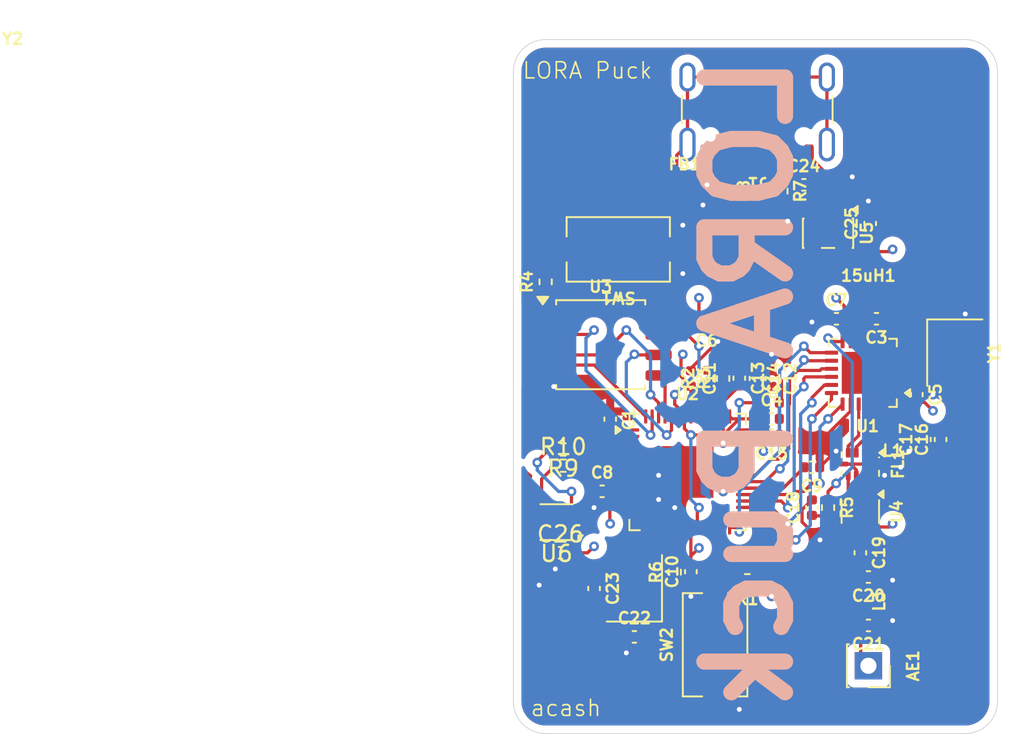
<source format=kicad_pcb>
(kicad_pcb (version 20241229) (generator "pcbnew") (generator_version "9.0")
  (layers (0 "F.Cu" signal) (4 "In1.Cu" signal) (6 "In2.Cu" signal) (2 "B.Cu" signal) (13 "F.Paste" user) (15 "B.Paste" user) (5 "F.SilkS" user "F.Silkscreen") (7 "B.SilkS" user "B.Silkscreen") (1 "F.Mask" user) (3 "B.Mask" user) (25 "Edge.Cuts" user))
  (net 0 "")
  (net 1 "Net-(U1-DCC_SW)")
  (net 2 "Net-(U1-VREG)")
  (net 3 "Net-(AE1-A)")
  (net 4 "+3V3")
  (net 5 "Earth")
  (net 6 "+1V1")
  (net 7 "/SX_VR_PA")
  (net 8 "Net-(U4-CTRL)")
  (net 9 "Net-(U4-RFIN)")
  (net 10 "Net-(C19-Pad2)")
  (net 11 "Net-(C22-Pad2)")
  (net 12 "VBUS")
  (net 13 "Net-(J1-SHIELD)")
  (net 14 "/SX_RFO")
  (net 15 "/SX_RFI_N")
  (net 16 "Net-(FL1-SW_RFI)")
  (net 17 "Net-(FL1-SW_RFO)")
  (net 18 "/SX_RFI_P")
  (net 19 "Net-(J1-CC1)")
  (net 20 "/USB_DM")
  (net 21 "/USB_DP")
  (net 24 "Net-(J1-CC2)")
  (net 25 "/RUN")
  (net 26 "Net-(U2-USB_DP)")
  (net 27 "Net-(U2-USB_DM)")
  (net 28 "/QSPI_SS")
  (net 29 "Net-(R4-Pad2)")
  (net 30 "/SX_DIO2")
  (net 31 "/XOUT")
  (net 32 "/SX_DIO1")
  (net 33 "/SX_XTB")
  (net 34 "/SPI_MISO")
  (net 35 "/SX_XTA")
  (net 36 "/SPI_MOSI")
  (net 37 "/SX_NSS")
  (net 38 "/SPI_CLK")
  (net 39 "/<NO NET>")
  (net 40 "/SX_BUSY")
  (net 43 "/QSPI_SCLK")
  (net 45 "/QSPI_SD1")
  (net 46 "/QSPI_SD2")
  (net 50 "/QSPI_SD0")
  (net 57 "Net-(U6-SCL)")
  (net 61 "/QSPI_SD3")
  (net 68 "/IO0")
  (net 70 "/XIN")
  (net 75 "Net-(U6-SDA)")
  (net 76 "/IO1")
  (footprint "Connector_PinSocket_2.54mm:PinSocket_1x01_P2.54mm_Vertical" (layer "F.Cu") (at 100 118.8 -90)
    (property "Reference" "AE1")
    (property "Value" "Antenna")
  )
  (footprint "Resistor_SMD:R_0402_1005Metric" (layer "F.Cu") (at 92.5 113.5 180)
    (property "Reference" "R1")
    (property "Value" "10k")
  )
  (footprint "Capacitor_SMD:C_0402_1005Metric" (layer "F.Cu") (at 83 114.01 -90)
    (property "Reference" "C23")
    (property "Value" "3.3pF")
  )
  (footprint "Package_DFN_QFN:QFN-56-1EP_7x7mm_P0.4mm_EP3.2x3.2mm" (layer "F.Cu") (at 88.8 106.79)
    (property "Reference" "U2")
    (property "Value" "RP2040")
  )
  (footprint "Capacitor_SMD:C_0402_1005Metric" (layer "F.Cu") (at 89.98 97.49 180)
    (property "Reference" "C6")
    (property "Value" "100nF")
  )
  (footprint "Capacitor_SMD:C_0402_1005Metric" (layer "F.Cu") (at 84 103.52 -90)
    (property "Reference" "C1")
    (property "Value" "100nF")
  )
  (footprint "Button_Switch_SMD:SW_Tactile_SPST_NO_Straight_CK_PTS636Sx25SMTRLFS" (layer "F.Cu") (at 84.5 93 180)
    (property "Reference" "SW1")
    (property "Value" "BOOTSEL")
  )
  (footprint "Capacitor_SMD:C_0402_1005Metric" (layer "F.Cu") (at 80.92 111.8)
    (property "Reference" "C26")
    (property "Value" "100nF")
  )
  (footprint "Resistor_SMD:R_0402_1005Metric" (layer "F.Cu") (at 97.5 109 -90)
    (property "Reference" "R5")
    (property "Value" "100")
  )
  (footprint "Capacitor_SMD:C_0402_1005Metric" (layer "F.Cu") (at 96 89)
    (property "Reference" "C24")
    (property "Value" "10uF")
  )
  (footprint "Capacitor_SMD:C_0402_1005Metric" (layer "F.Cu") (at 99.5 111.8 -90)
    (property "Reference" "C19")
    (property "Value" "39pF")
  )
  (footprint "Sensor_Humidity:Sensirion_DFN-4-1EP_2x2mm_P1mm_EP0.7x1.6mm" (layer "F.Cu") (at 80.675 109.9 180)
    (property "Reference" "U6")
    (property "Value" "SHTC3")
  )
  (footprint "Capacitor_SMD:C_0402_1005Metric" (layer "F.Cu") (at 100 116.3 180)
    (property "Reference" "C21")
    (property "Value" "3.3pF")
  )
  (footprint "Inductor_SMD:L_0402_1005Metric" (layer "F.Cu") (at 99.5 114.8 -90)
    (property "Reference" "L3")
    (property "Value" "9.1nH")
  )
  (footprint "Package_TO_SOT_SMD:SOT-363_SC-70-6" (layer "F.Cu") (at 99.5 109.25 -90)
    (property "Reference" "U4")
    (property "Value" "PE4259")
  )
  (footprint "Crystal:Crystal_SMD_3225-4Pin_3.2x2.5mm" (layer "F.Cu") (at 105.35 99.4 -90)
    (property "Reference" "Y1")
    (property "Value" "32MHz")
  )
  (footprint "Resistor_SMD:R_0402_1005Metric" (layer "F.Cu") (at 91.11 89.395 -90)
    (property "Reference" "R8")
    (property "Value" "5.1k")
  )
  (footprint "Capacitor_SMD:C_0402_1005Metric" (layer "F.Cu") (at 96.5 109 90)
    (property "Reference" "C18")
    (property "Value" "1nF")
  )
  (footprint "Package_TO_SOT_SMD:SOT-23-5" (layer "F.Cu") (at 97.5 92 -90)
    (property "Reference" "U5")
    (property "Value" "AP2112K-3.3")
  )
  (footprint "Resistor_SMD:R_0402_1005Metric" (layer "F.Cu") (at 94.61 89.395 -90)
    (property "Reference" "R7")
    (property "Value" "5.1k")
  )
  (footprint "Capacitor_SMD:C_0402_1005Metric" (layer "F.Cu") (at 85.5 117.01)
    (property "Reference" "C22")
    (property "Value" "3.3pF")
  )
  (footprint "Crystal:Crystal_SMD_Abracon_ABM8G-4Pin_3.2x2.5mm" (layer "F.Cu") (at 85.5 114 90)
    (property "Reference" "Y2")
    (property "Value" "12MHz")
  )
  (footprint "Capacitor_SMD:C_0402_1005Metric" (layer "F.Cu") (at 92 100.98 -90)
    (property "Reference" "C13")
    (property "Value" "100nF")
  )
  (footprint "Capacitor_SMD:C_0402_1005Metric" (layer "F.Cu") (at 96.5 106.5 180)
    (property "Reference" "C9")
    (property "Value" "100nF")
  )
  (footprint "Capacitor_SMD:C_0402_1005Metric" (layer "F.Cu") (at 94 104.5 180)
    (property "Reference" "C15")
    (property "Value" "100nF")
  )
  (footprint "Connector_USB:USB_C_Receptacle_GCT_USB4105-xx-A_16P_TopMnt_Horizontal" (layer "F.Cu") (at 93.11 83.395 180)
    (property "Reference" "J1")
    (property "Value" "USB_C_Receptacle_USB2.0_16P")
  )
  (footprint "Resistor_SMD:R_0402_1005Metric" (layer "F.Cu") (at 88 113 90)
    (property "Reference" "R6")
    (property "Value" "1k")
  )
  (footprint "Capacitor_SMD:C_0402_1005Metric" (layer "F.Cu") (at 89 101 -90)
    (property "Reference" "C11")
    (property "Value" "100nF")
  )
  (footprint "Capacitor_SMD:C_0402_1005Metric" (layer "F.Cu") (at 94 101 -90)
    (property "Reference" "C12")
    (property "Value" "100nF")
  )
  (footprint "Capacitor_SMD:C_0402_1005Metric" (layer "F.Cu") (at 103 102 -90)
    (property "Reference" "C5")
    (property "Value" "100nF")
  )
  (footprint "Capacitor_SMD:C_0402_1005Metric" (layer "F.Cu") (at 100.11 91.395 90)
    (property "Reference" "C25")
    (property "Value" "10uF")
  )
  (footprint "Button_Switch_SMD:SW_Tactile_SPST_NO_Straight_CK_PTS636Sx25SMTRLFS" (layer "F.Cu") (at 90.5 117.5 90)
    (property "Reference" "SW2")
    (property "Value" "RESET")
  )
  (footprint "Capacitor_SMD:C_0402_1005Metric" (layer "F.Cu") (at 94 103.5)
    (property "Reference" "C4")
    (property "Value" "1uF")
  )
  (footprint "Resistor_SMD:R_0402_1005Metric" (layer "F.Cu") (at 81.09 105.4 180)
    (property "Reference" "R9")
    (property "Value" "4.7k")
  )
  (footprint "Resistor_SMD:R_0402_1005Metric" (layer "F.Cu") (at 80 95.01 90)
    (property "Reference" "R4")
    (property "Value" "1k")
  )
  (footprint "Capacitor_SMD:C_0402_1005Metric" (layer "F.Cu") (at 94 102.5)
    (property "Reference" "C2")
    (property "Value" "100nF")
  )
  (footprint "Inductor_SMD:L_0402_1005Metric" (layer "F.Cu") (at 101.5 104.3 180)
    (property "Reference" "L1")
    (property "Value" "47nH")
  )
  (footprint "Capacitor_SMD:C_0402_1005Metric" (layer "F.Cu") (at 89 112.97 90)
    (property "Reference" "C10")
    (property "Value" "100nF")
  )
  (footprint "Capacitor_SMD:C_0402_1005Metric" (layer "F.Cu") (at 100 113.3 180)
    (property "Reference" "C20")
    (property "Value" "3.3pF")
  )
  (footprint "Capacitor_SMD:C_0402_1005Metric" (layer "F.Cu") (at 98.02 97.3)
    (property "Reference" "C7")
    (property "Value" "100nF")
  )
  (footprint "Package_SO:SOIC-8_5.3x5.3mm_P1.27mm" (layer "F.Cu") (at 83.4125 98.905)
    (property "Reference" "U3")
    (property "Value" "W25Q128JVS")
  )
  (footprint "Capacitor_SMD:C_0402_1005Metric" (layer "F.Cu") (at 103.5 104.78 90)
    (property "Reference" "C17")
    (property "Value" "47pF")
  )
  (footprint "Inductor_SMD:L_0402_1005Metric" (layer "F.Cu") (at 100 95.8)
    (property "Reference" "15uH1")
    (property "Value" "L2")
  )
  (footprint "Resistor_SMD:R_0402_1005Metric" (layer "F.Cu") (at 91 101 90)
    (property "Reference" "R3")
    (property "Value" "27.4")
  )
  (footprint "Package_DFN_QFN:QFN-24-1EP_4x4mm_P0.5mm_EP2.6x2.6mm" (layer "F.Cu") (at 99.65 100.65 180)
    (property "Reference" "U1")
    (property "Value" "SX1262IMLTRT")
  )
  (footprint "Capacitor_SMD:C_0402_1005Metric" (layer "F.Cu") (at 100.5 97.3 180)
    (property "Reference" "C3")
    (property "Value" "470nF")
  )
  (footprint "Capacitor_SMD:C_0402_1005Metric" (layer "F.Cu") (at 93 101 -90)
    (property "Reference" "C14")
    (property "Value" "1uF")
  )
  (footprint "Inductor_SMD:L_0402_1005Metric" (layer "F.Cu") (at 88.61 88.895)
    (property "Reference" "FB1")
    (property "Value" "FerriteBead_Small")
  )
  (footprint "Capacitor_SMD:C_0402_1005Metric" (layer "F.Cu") (at 83.5 107.99)
    (property "Reference" "C8")
    (property "Value" "100nF")
  )
  (footprint "Resistor_SMD:R_0402_1005Metric" (layer "F.Cu") (at 90 101 90)
    (property "Reference" "R2")
    (property "Value" "27.4")
  )
  (footprint "Resistor_SMD:R_0402_1005Metric" (layer "F.Cu") (at 81.09 106.4)
    (property "Reference" "R10")
    (property "Value" "4.7k")
  )
  (footprint "Capacitor_SMD:C_0402_1005Metric" (layer "F.Cu") (at 104.47 104.78 90)
    (property "Reference" "C16")
    (property "Value" "47nF")
  )
  (footprint "RF_Converter:Balun_Johanson_0900FM15K0039" (layer "F.Cu") (at 99.5 106.3 -90)
    (property "Reference" "FL1")
    (property "Value" "0900FM15K0039")
  )
  (gr_line (start 78 121) (end 78 82) (stroke (width 0.05)) (layer "Edge.Cuts"))
  (gr_arc (start 108 121) (mid 107.414214 122.414214) (end 106 123) (stroke (width 0.05)) (layer "Edge.Cuts"))
  (gr_line (start 108 82) (end 108 121) (stroke (width 0.05)) (layer "Edge.Cuts"))
  (gr_arc (start 80 123) (mid 78.585786 122.414214) (end 78 121) (stroke (width 0.05)) (layer "Edge.Cuts"))
  (gr_arc (start 106 80) (mid 107.414214 80.585786) (end 108 82) (stroke (width 0.05)) (layer "Edge.Cuts"))
  (gr_line (start 106 123) (end 80 123) (stroke (width 0.05)) (layer "Edge.Cuts"))
  (gr_line (start 80 80) (end 106 80) (stroke (width 0.05)) (layer "Edge.Cuts"))
  (gr_arc (start 78 82) (mid 78.585786 80.585786) (end 80 80) (stroke (width 0.05)) (layer "Edge.Cuts"))
  (gr_text "LORA Puck" (at 78.5 82.5 0) (layer "F.SilkS") (effects (font (size 1 1) (thickness 0.1)) (justify left bottom)))
  (gr_text "acash" (at 79 122 0) (layer "F.SilkS") (effects (font (size 1 1) (thickness 0.1)) (justify left bottom)))
  (gr_text "LORA Puck" (at 95.5 80.5 90) (layer "B.SilkS") (effects (font (size 5 5) (thickness 1)) (justify left bottom mirror)))
  (segment (start 99.9 98.284202) (end 99.9 98.7125) (width 0.2) (layer "F.Cu") (net 1))
  (segment (start 99.439 95.876) (end 99.439 97.823202) (width 0.2) (layer "F.Cu") (net 1))
  (segment (start 99.515 95.8) (end 99.439 95.876) (width 0.2) (layer "F.Cu") (net 1))
  (segment (start 99.439 97.823202) (end 99.9 98.284202) (width 0.2) (layer "F.Cu") (net 1))
  (segment (start 100.98 98.6325) (end 100.9 98.7125) (width 0.2) (layer "F.Cu") (net 2))
  (segment (start 100.485 95.8) (end 100.485 96.805) (width 0.2) (layer "F.Cu") (net 2))
  (segment (start 100.485 96.805) (end 100.98 97.3) (width 0.2) (layer "F.Cu") (net 2))
  (segment (start 100.98 97.3) (end 100.98 98.6325) (width 0.2) (layer "F.Cu") (net 2))
  (segment (start 99.5 116.28) (end 99.52 116.3) (width 0.2) (layer "F.Cu") (net 3))
  (segment (start 99.52 118.32) (end 100 118.8) (width 0.2) (layer "F.Cu") (net 3))
  (segment (start 99.5 115.285) (end 99.5 116.28) (width 0.2) (layer "F.Cu") (net 3))
  (segment (start 99.52 116.3) (end 99.52 118.32) (width 0.2) (layer "F.Cu") (net 3))
  (segment (start 99.4 98.7125) (end 98.9 98.7125) (width 0.2) (layer "F.Cu") (net 4))
  (segment (start 103 102.48) (end 103.48 102.48) (width 0.2) (layer "F.Cu") (net 4))
  (segment (start 82.6 111.8) (end 83 111.4) (width 0.2) (layer "F.Cu") (net 4))
  (segment (start 89.4 103.3525) (end 89 103.3525) (width 0.2) (layer "F.Cu") (net 4))
  (segment (start 102.1675 102.48) (end 101.5875 101.9) (width 0.2) (layer "F.Cu") (net 4))
  (segment (start 103 102.48) (end 102.1675 102.48) (width 0.2) (layer "F.Cu") (net 4))
  (segment (start 98.9 97.7) (end 98.5 97.3) (width 0.2) (layer "F.Cu") (net 4))
  (segment (start 93 107.79) (end 91.21 107.79) (width 0.2) (layer "F.Cu") (net 4))
  (segment (start 85.3625 104.19) (end 84.19 104.19) (width 0.2) (layer "F.Cu") (net 4))
  (segment (start 92.2375 107.79) (end 93 107.79) (width 0.2) (layer "F.Cu") (net 4))
  (segment (start 91.4 103.3525) (end 91.5475 103.5) (width 0.2) (layer "F.Cu") (net 4))
  (segment (start 89.5 97.49) (end 89.5 96) (width 0.2) (layer "F.Cu") (net 4))
  (segment (start 93.52 102.5) (end 92 102.5) (width 0.2) (layer "F.Cu") (net 4))
  (segment (start 84.19 104.19) (end 84 104) (width 0.2) (layer "F.Cu") (net 4))
  (segment (start 91.21 107.79) (end 91 108) (width 0.2) (layer "F.Cu") (net 4))
  (segment (start 93.01 113.51) (end 94 114.5) (width 0.2) (layer "F.Cu") (net 4))
  (segment (start 98.45 93.1375) (end 101.3625 93.1375) (width 0.2) (layer "F.Cu") (net 4))
  (segment (start 92.2375 104.19) (end 93.21 104.19) (width 0.2) (layer "F.Cu") (net 4))
  (segment (start 93.52 104.5) (end 93.52 105.48) (width 0.2) (layer "F.Cu") (net 4))
  (segment (start 89 103.3525) (end 89 101.48) (width 0.2) (layer "F.Cu") (net 4))
  (segment (start 91 104.5) (end 91 105) (width 0.2) (layer "F.Cu") (net 4))
  (segment (start 83.98 109.98) (end 84 110) (width 0.2) (layer "F.Cu") (net 4))
  (segment (start 93.01 113.5) (end 93.01 113.51) (width 0.2) (layer "F.Cu") (net 4))
  (segment (start 89 112.49) (end 89 112) (width 0.2) (layer "F.Cu") (net 4))
  (segment (start 87.49 97.49) (end 87 97) (width 0.2) (layer "F.Cu") (net 4))
  (segment (start 81.4 111.8) (end 82.6 111.8) (width 0.2) (layer "F.Cu") (net 4))
  (segment (start 88.389 99.611) (end 88.5 99.5) (width 0.2) (layer "F.Cu") (net 4))
  (segment (start 100.11 91.875) (end 99.2175 91.875) (width 0.2) (layer "F.Cu") (net 4))
  (segment (start 88.389 100.869) (end 88.389 99.611) (width 0.2) (layer "F.Cu") (net 4))
  (segment (start 89 112.49) (end 89 110.2275) (width 0.2) (layer "F.Cu") (net 4))
  (segment (start 93.21 104.19) (end 93.52 104.5) (width 0.2) (layer "F.Cu") (net 4))
  (segment (start 98.9 98.7125) (end 98.9 97.7) (width 0.2) (layer "F.Cu") (net 4))
  (segment (start 99.2175 91.875) (end 98.56 92.5325) (width 0.2) (layer "F.Cu") (net 4))
  (segment (start 91.002 103.3545) (end 91.002 104.998) (width 0.2) (layer "F.Cu") (net 4))
  (segment (start 93.52 105.48) (end 93.5 105.5) (width 0.2) (layer "F.Cu") (net 4))
  (segment (start 100.15 110.2) (end 101.3 110.2) (width 0.2) (layer "F.Cu") (net 4))
  (segment (start 89.5 97.49) (end 87.49 97.49) (width 0.2) (layer "F.Cu") (net 4))
  (segment (start 89 101.48) (end 88.389 100.869) (width 0.2) (layer "F.Cu") (net 4))
  (segment (start 92 103.5) (end 93.52 103.5) (width 0.2) (layer "F.Cu") (net 4))
  (segment (start 98.5 97.3) (end 98.5 96.5) (width 0.2) (layer "F.Cu") (net 4))
  (segment (start 83.98 107.99) (end 83.98 109.98) (width 0.2) (layer "F.Cu") (net 4))
  (segment (start 81.6 111.6) (end 81.4 111.8) (width 0.2) (layer "F.Cu") (net 4))
  (segment (start 103.48 102.48) (end 104 103) (width 0.2) (layer "F.Cu") (net 4))
  (segment (start 92 103.5) (end 91 104.5) (width 0.2) (layer "F.Cu") (net 4))
  (segment (start 84.18 107.79) (end 83.98 107.99) (width 0.2) (layer "F.Cu") (net 4))
  (segment (start 98.5 96.5) (end 98 96) (width 0.2) (layer "F.Cu") (net 4))
  (segment (start 101.3625 93.1375) (end 101.5 93) (width 0.2) (layer "F.Cu") (net 4))
  (segment (start 94.73 107.79) (end 96.02 106.5) (width 0.2) (layer "F.Cu") (net 4))
  (segment (start 101.3 110.2) (end 101.5 110) (width 0.2) (layer "F.Cu") (net 4))
  (segment (start 89 112) (end 89.5 111.5) (width 0.2) (layer "F.Cu") (net 4))
  (segment (start 91 103.3525) (end 91.002 103.3545) (width 0.2) (layer "F.Cu") (net 4))
  (segment (start 85.3625 107.79) (end 84.18 107.79) (width 0.2) (layer "F.Cu") (net 4))
  (segment (start 93 107.79) (end 94.73 107.79) (width 0.2) (layer "F.Cu") (net 4))
  (segment (start 91.5475 103.5) (end 92 103.5) (width 0.2) (layer "F.Cu") (net 4))
  (segment (start 81.6 110.4) (end 81.6 111.6) (width 0.2) (layer "F.Cu") (net 4))
  (via (at 89.5 111.5) (size 0.6) (drill 0.3) (layers "F.Cu" "B.Cu") (net 4))
  (via (at 84 110) (size 0.6) (drill 0.3) (layers "F.Cu" "B.Cu") (net 4))
  (via (at 104 103) (size 0.6) (drill 0.3) (layers "F.Cu" "B.Cu") (net 4))
  (via (at 91 105) (size 0.6) (drill 0.3) (layers "F.Cu" "B.Cu") (net 4))
  (via (at 101.5 110) (size 0.6) (drill 0.3) (layers "F.Cu" "B.Cu") (net 4))
  (via (at 89.5 96) (size 0.6) (drill 0.3) (layers "F.Cu" "B.Cu") (net 4))
  (via (at 83 111.4) (size 0.6) (drill 0.3) (layers "F.Cu" "B.Cu") (net 4))
  (via (at 93.5 105.5) (size 0.6) (drill 0.3) (layers "F.Cu" "B.Cu") (net 4))
  (via (at 98 96) (size 0.6) (drill 0.3) (layers "F.Cu" "B.Cu") (net 4))
  (via (at 94 114.5) (size 0.6) (drill 0.3) (layers "F.Cu" "B.Cu") (net 4))
  (via (at 101.5 93) (size 0.6) (drill 0.3) (layers "F.Cu" "B.Cu") (net 4))
  (via (at 88.5 99.5) (size 0.6) (drill 0.3) (layers "F.Cu" "B.Cu") (net 4))
  (via (at 92 102.5) (size 0.6) (drill 0.3) (layers "F.Cu" "B.Cu") (net 4))
  (via (at 91 108) (size 0.6) (drill 0.3) (layers "F.Cu" "B.Cu") (net 4))
  (segment (start 91 105) (end 92 104) (width 0.2) (layer "B.Cu") (net 4))
  (segment (start 92 104) (end 92 102.5) (width 0.2) (layer "B.Cu") (net 4))
  (segment (start 88.8 106.79) (end 88.71 106.79) (width 0.2) (layer "F.Cu") (net 5))
  (segment (start 103.5 105.26) (end 102.74 105.26) (width 0.2) (layer "F.Cu") (net 5))
  (segment (start 90.095 89.905) (end 89.75 90.25) (width 0.2) (layer "F.Cu") (net 5))
  (segment (start 106.2 97.2) (end 106 97) (width 0.2) (layer "F.Cu") (net 5))
  (segment (start 91.875 121.375) (end 92 121.5) (width 0.2) (layer "F.Cu") (net 5))
  (segment (start 96.7 97.3) (end 96.5 97.5) (width 0.2) (layer "F.Cu") (net 5))
  (segment (start 99.65 100.65) (end 98.9 101.4) (width 0.2) (layer "F.Cu") (net 5))
  (segment (start 100 106.3) (end 99.75 106.05) (width 0.2) (layer "F.Cu") (net 5))
  (segment (start 83 114.49) (end 83 116) (width 0.2) (layer "F.Cu") (net 5))
  (segment (start 97.98 105.5) (end 96.98 106.5) (width 0.2) (layer "F.Cu") (net 5))
  (segment (start 100.4 99.9) (end 100.4 98.7125) (width 0.2) (layer "F.Cu") (net 5))
  (segment (start 89 100.375047) (end 90.668478 98.706569) (width 0.2) (layer "F.Cu") (net 5))
  (segment (start 100.5625 106.3) (end 101.8 106.3) (width 0.2) (layer "F.Cu") (net 5))
  (segment (start 102.88 101.4) (end 103 101.52) (width 0.2) (layer "F.Cu") (net 5))
  (segment (start 88.8 108.2) (end 88 109) (width 0.2) (layer "F.Cu") (net 5))
  (segment (start 98 105.5) (end 97.98 105.5) (width 0.2) (layer "F.Cu") (net 5))
  (segment (start 97.54 97.3) (end 96.7 97.3) (width 0.2) (layer "F.Cu") (net 5))
  (segment (start 91.11 89.905) (end 90.095 89.905) (width 0.2) (layer "F.Cu") (net 5))
  (segment (start 104.47 105.26) (end 103.5 105.26) (width 0.2) (layer "F.Cu") (net 5))
  (segment (start 98.9 101.4) (end 98.9 102.5875) (width 0.2) (layer "F.Cu") (net 5))
  (segment (start 100.11 90.11) (end 100 90) (width 0.2) (layer "F.Cu") (net 5))
  (segment (start 86.35 113.4) (end 84.65 115.1) (width 0.2) (layer "F.Cu") (net 5))
  (segment (start 100.4 98.7125) (end 100.4 97.68) (width 0.2) (layer "F.Cu") (net 5))
  (segment (start 80.44 111.8) (end 80.44 112.64) (width 0.2) (layer "F.Cu") (net 5))
  (segment (start 94.515 90) (end 94.61 89.905) (width 0.2) (layer "F.Cu") (net 5))
  (segment (start 99.25 106.666176) (end 98.883824 106.3) (width 0.2) (layer "F.Cu") (net 5))
  (segment (start 89 113.45) (end 89 114.5) (width 0.2) (layer "F.Cu") (net 5))
  (segment (start 88.5 107.09) (end 88.8 106.79) (width 0.2) (layer "F.Cu") (net 5))
  (segment (start 99.25 107.400924) (end 99.25 107) (width 0.2) (layer "F.Cu") (net 5))
  (segment (start 83 116) (end 85 118) (width 0.2) (layer "F.Cu") (net 5))
  (segment (start 100.5625 106.5625) (end 101 107) (width 0.2) (layer "F.Cu") (net 5))
  (segment (start 79.75 113.65) (end 79.6 113.8) (width 0.2) (layer "F.Cu") (net 5))
  (segment (start 88.5 93.125) (end 88.375 93) (width 0.2) (layer "F.Cu") (net 5))
  (segment (start 85.02 117.98) (end 85 118) (width 0.2) (layer "F.Cu") (net 5))
  (segment (start 94.48 102.5) (end 94.611 102.369) (width 0.2) (layer "F.Cu") (net 5))
  (segment (start 84.65 115.1) (end 84.65 116.64) (width 0.2) (layer "F.Cu") (net 5))
  (segment (start 99.5 108.3) (end 99.5 107.650924) (width 0.2) (layer "F.Cu") (net 5))
  (segment (start 84.65 116.64) (end 85.02 117.01) (width 0.2) (layer "F.Cu") (net 5))
  (segment (start 100.48 113.3) (end 101.3 113.3) (width 0.2) (layer "F.Cu") (net 5))
  (segment (start 99.65 100.65) (end 100.4 99.9) (width 0.2) (layer "F.Cu") (net 5))
  (segment (start 88.8 106.79) (end 88.8 108.2) (width 0.2) (layer "F.Cu") (net 5))
  (segment (start 101.2 116.3) (end 101.5 116) (width 0.2) (layer "F.Cu") (net 5))
  (segment (start 100.5625 106.3) (end 100.5625 106.5625) (width 0.2) (layer "F.Cu") (net 5))
  (segment (start 94 100.52) (end 94 99.5) (width 0.2) (layer "F.Cu") (net 5))
  (segment (start 88.5 92.875) (end 88.375 93) (width 0.2) (layer "F.Cu") (net 5))
  (segment (start 80.44 112.64) (end 80.6 112.8) (width 0.2) (layer "F.Cu") (net 5))
  (segment (start 95.889 109.131) (end 95.889 109.889) (width 0.2) (layer "F.Cu") (net 5))
  (segment (start 89.895 88.895) (end 90 89) (width 0.2) (layer "F.Cu") (net 5))
  (segment (start 95 90.295) (end 94.61 89.905) (width 0.2) (layer "F.Cu") (net 5))
  (segment (start 99 88.5) (end 97.59 88.5) (width 0.2) (layer "F.Cu") (net 5))
  (segment (start 94.48 104.5) (end 94.48 103.5) (width 0.2) (layer "F.Cu") (net 5))
  (segment (start 87.21 106.79) (end 87 107) (width 0.2) (layer "F.Cu") (net 5))
  (segment (start 102.74 105.26) (end 102.5 105.5) (width 0.2) (layer "F.Cu") (net 5))
  (segment (start 100.11 90.915) (end 100.11 90.11) (width 0.2) (layer "F.Cu") (net 5))
  (segment (start 101.5875 99.9) (end 100.4 99.9) (width 0.2) (layer "F.Cu") (net 5))
  (segment (start 98.9 103.015798) (end 98.9 102.5875) (width 0.2) (layer "F.Cu") (net 5))
  (segment (start 89.91 88.91) (end 90 89) (width 0.2) (layer "F.Cu") (net 5))
  (segment (start 95.889 109.889) (end 97 111) (width 0.2) (layer "F.Cu") (net 5))
  (segment (start 96.31 88.615) (end 96.59 88.895) (width 0.2) (layer "F.Cu") (net 5))
  (segment (start 90.46 98.498091) (end 90.668478 98.706569) (width 0.2) (layer "F.Cu") (net 5))
  (segment (start 103 101.52) (end 103.52 101.52) (width 0.2) (layer "F.Cu") (net 5))
  (segment (start 83.02 108.98) (end 83 109) (width 0.2) (layer "F.Cu") (net 5))
  (segment (start 92 100.5) (end 92.98 100.5) (width 0.2) (layer "F.Cu") (net 5))
  (segment (start 92.98 100.5) (end 93 100.52) (width 0.2) (layer "F.Cu") (net 5))
  (segment (start 99.25 107) (end 99.25 106.666176) (width 0.2) (layer "F.Cu") (net 5))
  (segment (start 96.98 105.5) (end 97 105.5) (width 0.2) (layer "F.Cu") (net 5))
  (segment (start 96.31 87.22) (end 97.59 88.5) (width 0.2) (layer "F.Cu") (net 5))
  (segment (start 80.5 101.5) (end 80.5 101.485) (width 0.2) (layer "F.Cu") (net 5))
  (segment (start 99.75 106.05) (end 99.75 105.6) (width 0.2) (layer "F.Cu") (net 5))
  (segment (start 90.46 97.49) (end 90.46 98.498091) (width 0.2) (layer "F.Cu") (net 5))
  (segment (start 96.31 87.075) (end 96.31 88.615) (width 0.2) (layer "F.Cu") (net 5))
  (segment (start 98.883824 106.3) (end 98.4375 106.3) (width 0.2) (layer "F.Cu") (net 5))
  (segment (start 100.48 116.3) (end 101.2 116.3) (width 0.2) (layer "F.Cu") (net 5))
  (segment (start 94.611 102.369) (end 94.611 101.131) (width 0.2) (layer "F.Cu") (net 5))
  (segment (start 89 100.52) (end 89 100.375047) (width 0.2) (layer "F.Cu") (net 5))
  (segment (start 100.4 97.68) (end 100.02 97.3) (width 0.2) (layer "F.Cu") (net 5))
  (segment (start 96.48 89) (end 97.5 90.02) (width 0.2) (layer "F.Cu") (net 5))
  (segment (start 101.8 106.3) (end 102 106.5) (width 0.2) (layer "F.Cu") (net 5))
  (segment (start 79.75 110.4) (end 79.75 113.65) (width 0.2) (layer "F.Cu") (net 5))
  (segment (start 97.5 90.02) (end 97.5 90.8625) (width 0.2) (layer "F.Cu") (net 5))
  (segment (start 80.5 101.485) (end 79.825 100.81) (width 0.2) (layer "F.Cu") (net 5))
  (segment (start 89.91 87.075) (end 89.91 88.91) (width 0.2) (layer "F.Cu") (net 5))
  (segment (start 98.4375 106.3) (end 98 105.8625) (width 0.2) (layer "F.Cu") (net 5))
  (segment (start 88.8 106.79) (end 87.21 106.79) (width 0.2) (layer "F.Cu") (net 5))
  (segment (start 101.5875 101.4) (end 102.88 101.4) (width 0.2) (layer "F.Cu") (net 5))
  (segment (start 100 106.3) (end 100.5625 106.3) (width 0.2) (layer "F.Cu") (net 5))
  (segment (start 94.611 101.131) (end 94 100.52) (width 0.2) (layer "F.Cu") (net 5))
  (segment (start 89.095 88.895) (end 89.895 88.895) (width 0.2) (layer "F.Cu") (net 5))
  (segment (start 90.5 121.375) (end 91.875 121.375) (width 0.2) (layer "F.Cu") (net 5))
  (segment (start 104 102) (end 104 101) (width 0.2) (layer "F.Cu") (net 5))
  (segment (start 98.4375 106.3) (end 100 106.3) (width 0.2) (layer "F.Cu") (net 5))
  (segment (start 98 105.8625) (end 98 105.5) (width 0.2) (layer "F.Cu") (net 5))
  (segment (start 96.98 105.5) (end 96.98 104.935798) (width 0.2) (layer "F.Cu") (net 5))
  (segment (start 94.48 103.5) (end 94.48 102.5) (width 0.2) (layer "F.Cu") (net 5))
  (segment (start 96.5 108.52) (end 95.889 109.131) (width 0.2) (layer "F.Cu") (net 5))
  (segment (start 101 107) (end 100.25 107) (width 0.2) (layer "F.Cu") (net 5))
  (segment (start 96.31 87.075) (end 96.31 87.22) (width 0.2) (layer "F.Cu") (net 5))
  (segment (start 106.2 98.3) (end 106.2 97.2) (width 0.2) (layer "F.Cu") (net 5))
  (segment (start 96.98 104.935798) (end 98.9 103.015798) (width 0.2) (layer "F.Cu") (net 5))
  (segment (start 83.02 107.99) (end 83.02 108.98) (width 0.2) (layer "F.Cu") (net 5))
  (segment (start 103.52 101.52) (end 104 102) (width 0.2) (layer "F.Cu") (net 5))
  (segment (start 104 101) (end 104.5 100.5) (width 0.2) (layer "F.Cu") (net 5))
  (segment (start 88.5 94.5) (end 88.5 93.125) (width 0.2) (layer "F.Cu") (net 5))
  (segment (start 96.98 106.5) (end 96.98 105.5) (width 0.2) (layer "F.Cu") (net 5))
  (segment (start 101.3 113.3) (end 101.5 113.5) (width 0.2) (layer "F.Cu") (net 5))
  (segment (start 85.02 117.01) (end 85.02 117.98) (width 0.2) (layer "F.Cu") (net 5))
  (segment (start 86.35 112.9) (end 86.35 113.4) (width 0.2) (layer "F.Cu") (net 5))
  (segment (start 99.5 107.650924) (end 99.25 107.400924) (width 0.2) (layer "F.Cu") (net 5))
  (segment (start 95 91.25) (end 95 90.295) (width 0.2) (layer "F.Cu") (net 5))
  (segment (start 88.71 106.79) (end 87 108.5) (width 0.2) (layer "F.Cu") (net 5))
  (segment (start 93 100.52) (end 94 100.52) (width 0.2) (layer "F.Cu") (net 5))
  (segment (start 88.5 91.5) (end 88.5 92.875) (width 0.2) (layer "F.Cu") (net 5))
  (via (at 101.5 113.5) (size 0.6) (drill 0.3) (layers "F.Cu" "B.Cu") (net 5))
  (via (at 88.5 91.5) (size 0.6) (drill 0.3) (layers "F.Cu" "B.Cu") (net 5))
  (via (at 95 91.25) (size 0.6) (drill 0.3) (layers "F.Cu" "B.Cu") (net 5))
  (via (at 83 109) (size 0.6) (drill 0.3) (layers "F.Cu" "B.Cu") (net 5))
  (via (at 102.5 105.5) (size 0.6) (drill 0.3) (layers "F.Cu" "B.Cu") (net 5))
  (via (at 100 90) (size 0.6) (drill 0.3) (layers "F.Cu" "B.Cu") (net 5))
  (via (at 90.668478 98.706569) (size 0.6) (drill 0.3) (layers "F.Cu" "B.Cu") (net 5))
  (via (at 104 102) (size 0.6) (drill 0.3) (layers "F.Cu" "B.Cu") (net 5))
  (via (at 99 88.5) (size 0.6) (drill 0.3) (layers "F.Cu" "B.Cu") (net 5))
  (via (at 98 105.5) (size 0.6) (drill 0.3) (layers "F.Cu" "B.Cu") (net 5))
  (via (at 88 109) (size 0.6) (drill 0.3) (layers "F.Cu" "B.Cu") (net 5))
  (via (at 89.75 90.25) (size 0.6) (drill 0.3) (layers "F.Cu" "B.Cu") (net 5))
  (via (at 94 99.5) (size 0.6) (drill 0.3) (layers "F.Cu" "B.Cu") (net 5))
  (via (at 90 89) (size 0.6) (drill 0.3) (layers "F.Cu" "B.Cu") (net 5))
  (via (at 80.6 112.8) (size 0.6) (drill 0.3) (layers "F.Cu" "B.Cu") (net 5))
  (via (at 101 107) (size 0.6) (drill 0.3) (layers "F.Cu" "B.Cu") (net 5))
  (via (at 102 106.5) (size 0.6) (drill 0.3) (layers "F.Cu" "B.Cu") (net 5))
  (via (at 96.5 97.5) (size 0.6) (drill 0.3) (layers "F.Cu" "B.Cu") (net 5))
  (via (at 97 111) (size 0.6) (drill 0.3) (layers "F.Cu" "B.Cu") (net 5))
  (via (at 89 114.5) (size 0.6) (drill 0.3) (layers "F.Cu" "B.Cu") (net 5))
  (via (at 106 97) (size 0.6) (drill 0.3) (layers "F.Cu" "B.Cu") (net 5))
  (via (at 87 107) (size 0.6) (drill 0.3) (layers "F.Cu" "B.Cu") (net 5))
  (via (at 80.5 101.5) (size 0.6) (drill 0.3) (layers "F.Cu" "B.Cu") (net 5))
  (via (at 92 121.5) (size 0.6) (drill 0.3) (layers "F.Cu" "B.Cu") (net 5))
  (via (at 85 118) (size 0.6) (drill 0.3) (layers "F.Cu" "B.Cu") (net 5))
  (via (at 79.6 113.8) (size 0.6) (drill 0.3) (layers "F.Cu" "B.Cu") (net 5))
  (via (at 101.5 116) (size 0.6) (drill 0.3) (layers "F.Cu" "B.Cu") (net 5))
  (via (at 88.5 94.5) (size 0.6) (drill 0.3) (layers "F.Cu" "B.Cu") (net 5))
  (via (at 87 108.5) (size 0.6) (drill 0.3) (layers "F.Cu" "B.Cu") (net 5))
  (segment (start 90.846 102.614) (end 92 101.46) (width 0.2) (layer "F.Cu") (net 6))
  (segment (start 89 104.5) (end 89.987774 104.5) (width 0.2) (layer "F.Cu") (net 6))
  (segment (start 88.6 104.1) (end 89 104.5) (width 0.2) (layer "F.Cu") (net 6))
  (segment (start 92.02 101.48) (end 92 101.46) (width 0.2) (layer "F.Cu") (net 6))
  (segment (start 90.6 103.3525) (end 90.6 103.885774) (width 0.2) (layer "F.Cu") (net 6))
  (segment (start 90.6 102.817226) (end 90.6 103.3525) (width 0.2) (layer "F.Cu") (net 6))
  (segment (start 89.4 109.1) (end 89.5 109) (width 0.2) (layer "F.Cu") (net 6))
  (segment (start 88.6 103.3525) (end 88.6 104.1) (width 0.2) (layer "F.Cu") (net 6))
  (segment (start 89.4 110.2275) (end 89.4 109.1) (width 0.2) (layer "F.Cu") (net 6))
  (segment (start 93 101.48) (end 92.02 101.48) (width 0.2) (layer "F.Cu") (net 6))
  (segment (start 89.987774 104.5) (end 90.601 103.886774) (width 0.2) (layer "F.Cu") (net 6))
  (segment (start 90.6 103.885774) (end 90.601 103.886774) (width 0.2) (layer "F.Cu") (net 6))
  (segment (start 90.6 102.817226) (end 90.803226 102.614) (width 0.2) (layer "F.Cu") (net 6))
  (segment (start 90.803226 102.614) (end 90.846 102.614) (width 0.2) (layer "F.Cu") (net 6))
  (segment (start 94 101.48) (end 93 101.48) (width 0.2) (layer "F.Cu") (net 6))
  (via (at 89.5 109) (size 0.6) (drill 0.3) (layers "F.Cu" "B.Cu") (net 6))
  (via (at 89 104.5) (size 0.6) (drill 0.3) (layers "F.Cu" "B.Cu") (net 6))
  (segment (start 89 104.5) (end 89 108.5) (width 0.2) (layer "B.Cu") (net 6))
  (segment (start 89 108.5) (end 89.5 109) (width 0.2) (layer "B.Cu") (net 6))
  (segment (start 101.985 104.3) (end 101.985 103.6725) (width 0.2) (layer "F.Cu") (net 7))
  (segment (start 101.985 103.6725) (end 100.9 102.5875) (width 0.2) (layer "F.Cu") (net 7))
  (segment (start 103.5 104.3) (end 101.985 104.3) (width 0.2) (layer "F.Cu") (net 7))
  (segment (start 104.47 104.3) (end 103.5 104.3) (width 0.2) (layer "F.Cu") (net 7))
  (segment (start 96.53 109.51) (end 96.5 109.48) (width 0.2) (layer "F.Cu") (net 8))
  (segment (start 97.5 109.51) (end 96.53 109.51) (width 0.2) (layer "F.Cu") (net 8))
  (segment (start 98.19 110.2) (end 97.5 109.51) (width 0.2) (layer "F.Cu") (net 8))
  (segment (start 98.85 110.2) (end 98.19 110.2) (width 0.2) (layer "F.Cu") (net 8))
  (segment (start 99.5 110.2) (end 99.5 111.32) (width 0.2) (layer "F.Cu") (net 9))
  (segment (start 99.52 113.3) (end 99.52 114.295) (width 0.2) (layer "F.Cu") (net 10))
  (segment (start 99.5 113.28) (end 99.52 113.3) (width 0.2) (layer "F.Cu") (net 10))
  (segment (start 99.5 112.28) (end 99.5 113.28) (width 0.2) (layer "F.Cu") (net 10))
  (segment (start 99.52 114.295) (end 99.5 114.315) (width 0.2) (layer "F.Cu") (net 10))
  (segment (start 85.98 117.01) (end 85.98 115.47) (width 0.2) (layer "F.Cu") (net 11))
  (segment (start 85.98 115.47) (end 86.35 115.1) (width 0.2) (layer "F.Cu") (net 11))
  (segment (start 88 113.51) (end 87.94 113.51) (width 0.2) (layer "F.Cu") (net 11))
  (segment (start 87.94 113.51) (end 86.35 115.1) (width 0.2) (layer "F.Cu") (net 11))
  (segment (start 95.51 87.075) (end 95.63 87.195) (width 0.2) (layer "F.Cu") (net 12))
  (segment (start 98.45 91.55) (end 98.45 90.8625) (width 0.2) (layer "F.Cu") (net 12))
  (segment (start 95.52 89) (end 95.52 89.8325) (width 0.2) (layer "F.Cu") (net 12))
  (segment (start 95.63 87.195) (end 95.63 89.2275) (width 0.2) (layer "F.Cu") (net 12))
  (segment (start 97.333032 92) (end 98 92) (width 0.2) (layer "F.Cu") (net 12))
  (segment (start 95.52 89.8325) (end 96.55 90.8625) (width 0.2) (layer "F.Cu") (net 12))
  (segment (start 96.55 90.8625) (end 96.55 91.216968) (width 0.2) (layer "F.Cu") (net 12))
  (segment (start 96.55 91.216968) (end 97.333032 92) (width 0.2) (layer "F.Cu") (net 12))
  (segment (start 98 92) (end 98.45 91.55) (width 0.2) (layer "F.Cu") (net 12))
  (segment (start 88.125 87.165) (end 88.79 86.5) (width 0.2) (layer "F.Cu") (net 13))
  (segment (start 88.125 88.895) (end 88.125 87.165) (width 0.2) (layer "F.Cu") (net 13))
  (segment (start 97.43 82.32) (end 97.43 86.5) (width 0.2) (layer "F.Cu") (net 13))
  (segment (start 88.79 86.5) (end 88.79 82.32) (width 0.2) (layer "F.Cu") (net 13))
  (segment (start 88.79 82.32) (end 97.43 82.32) (width 0.2) (layer "F.Cu") (net 13))
  (segment (start 101.015 104.3) (end 100.4 103.685) (width 0.2) (layer "F.Cu") (net 14))
  (segment (start 100.25 105.065) (end 101.015 104.3) (width 0.2) (layer "F.Cu") (net 14))
  (segment (start 100.4 103.685) (end 100.4 102.5875) (width 0.2) (layer "F.Cu") (net 14))
  (segment (start 100.25 105.6) (end 100.25 105.065) (width 0.2) (layer "F.Cu") (net 14))
  (segment (start 99.25 105.25) (end 99.9 104.6) (width 0.2) (layer "F.Cu") (net 15))
  (segment (start 99.9 104.6) (end 99.9 102.5875) (width 0.2) (layer "F.Cu") (net 15))
  (segment (start 99.25 105.6) (end 99.25 105.25) (width 0.2) (layer "F.Cu") (net 15))
  (segment (start 98.75 108.2) (end 98.75 107) (width 0.2) (layer "F.Cu") (net 16))
  (segment (start 98.85 108.3) (end 98.75 108.2) (width 0.2) (layer "F.Cu") (net 16))
  (segment (start 100.15 107.733824) (end 99.75 107.333824) (width 0.2) (layer "F.Cu") (net 17))
  (segment (start 99.75 107.333824) (end 99.75 107) (width 0.2) (layer "F.Cu") (net 17))
  (segment (start 100.15 108.3) (end 100.15 107.733824) (width 0.2) (layer "F.Cu") (net 17))
  (segment (start 99.4 104.5329) (end 99.4 102.5875) (width 0.2) (layer "F.Cu") (net 18))
  (segment (start 98.75 105.6) (end 98.75 105.1829) (width 0.2) (layer "F.Cu") (net 18))
  (segment (start 98.75 105.1829) (end 99.4 104.5329) (width 0.2) (layer "F.Cu") (net 18))
  (segment (start 94.61 88.885) (end 94.36 88.635) (width 0.2) (layer "F.Cu") (net 19))
  (segment (start 94.36 88.635) (end 94.36 87.075) (width 0.2) (layer "F.Cu") (net 19))
  (segment (start 92.86 87.86) (end 92.86 87.075) (width 0.2) (layer "F.Cu") (net 20))
  (segment (start 93.86 87.683824) (end 93.543824 88) (width 0.2) (layer "F.Cu") (net 20))
  (segment (start 91 100.49) (end 92.86 98.63) (width 0.2) (layer "F.Cu") (net 20))
  (segment (start 92.86 98.63) (end 92.86 87.075) (width 0.2) (layer "F.Cu") (net 20))
  (segment (start 93 88) (end 92.86 87.86) (width 0.2) (layer "F.Cu") (net 20))
  (segment (start 93.543824 88) (end 93 88) (width 0.2) (layer "F.Cu") (net 20))
  (segment (start 93.86 87.075) (end 93.86 87.683824) (width 0.2) (layer "F.Cu") (net 20))
  (segment (start 93.36 86.466176) (end 93.092824 86.199) (width 0.2) (layer "F.Cu") (net 21))
  (segment (start 93.092824 86.199) (end 92.551 86.199) (width 0.2) (layer "F.Cu") (net 21))
  (segment (start 90 100.49) (end 92.36 98.13) (width 0.2) (layer "F.Cu") (net 21))
  (segment (start 92.36 86.39) (end 92.36 87.075) (width 0.2) (layer "F.Cu") (net 21))
  (segment (start 92.36 98.13) (end 92.36 87.075) (width 0.2) (layer "F.Cu") (net 21))
  (segment (start 92.551 86.199) (end 92.36 86.39) (width 0.2) (layer "F.Cu") (net 21))
  (segment (start 93.36 87.075) (end 93.36 86.466176) (width 0.2) (layer "F.Cu") (net 21))
  (segment (start 91.36 88.635) (end 91.36 87.075) (width 0.2) (layer "F.Cu") (net 24))
  (segment (start 91.11 88.885) (end 91.36 88.635) (width 0.2) (layer "F.Cu") (net 24))
  (segment (start 90.625 113.5) (end 90.5 113.625) (width 0.2) (layer "F.Cu") (net 25))
  (segment (start 90.5 113.625) (end 90.5 110.862774) (width 0.2) (layer "F.Cu") (net 25))
  (segment (start 91.99 113.5) (end 90.625 113.5) (width 0.2) (layer "F.Cu") (net 25))
  (segment (start 90.6 110.2275) (end 90.6 110.762774) (width 0.2) (layer "F.Cu") (net 25))
  (segment (start 90.5 110.862774) (end 90.6 110.762774) (width 0.2) (layer "F.Cu") (net 25))
  (segment (start 89.8 101.71) (end 90 101.51) (width 0.2) (layer "F.Cu") (net 26))
  (segment (start 89.8 103.3525) (end 89.8 101.71) (width 0.2) (layer "F.Cu") (net 26))
  (segment (start 90.2 103.3525) (end 90.2 102.31) (width 0.2) (layer "F.Cu") (net 27))
  (segment (start 90.2 102.31) (end 91 101.51) (width 0.2) (layer "F.Cu") (net 27))
  (segment (start 78.7115 97.301001) (end 78.7115 99.89899) (width 0.2) (layer "F.Cu") (net 28))
  (segment (start 80 95.52) (end 80 96.825) (width 0.2) (layer "F.Cu") (net 28))
  (segment (start 78.97851 100.166) (end 83.0135 100.166) (width 0.2) (layer "F.Cu") (net 28))
  (segment (start 78.7115 99.89899) (end 78.97851 100.166) (width 0.2) (layer "F.Cu") (net 28))
  (segment (start 79.825 97) (end 79.012501 97) (width 0.2) (layer "F.Cu") (net 28))
  (segment (start 83.0135 100.166) (end 86.2 103.3525) (width 0.2) (layer "F.Cu") (net 28))
  (segment (start 79.012501 97) (end 78.7115 97.301001) (width 0.2) (layer "F.Cu") (net 28))
  (segment (start 80 96.825) (end 79.825 97) (width 0.2) (layer "F.Cu") (net 28))
  (segment (start 80 94.5) (end 80 93.625) (width 0.2) (layer "F.Cu") (net 29))
  (segment (start 80 93.625) (end 80.625 93) (width 0.2) (layer "F.Cu") (net 29))
  (segment (start 97.5 108) (end 98 107.5) (width 0.2) (layer "F.Cu") (net 30))
  (segment (start 97.5 108.49) (end 97.5 108) (width 0.2) (layer "F.Cu") (net 30))
  (segment (start 98.4 98.7125) (end 97.7125 98.7125) (width 0.2) (layer "F.Cu") (net 30))
  (segment (start 97.7125 98.7125) (end 97.5 98.5) (width 0.2) (layer "F.Cu") (net 30))
  (via (at 97.5 98.5) (size 0.6) (drill 0.3) (layers "F.Cu" "B.Cu") (net 30))
  (via (at 98 107.5) (size 0.6) (drill 0.3) (layers "F.Cu" "B.Cu") (net 30))
  (segment (start 98 107.5) (end 99 106.5) (width 0.2) (layer "B.Cu") (net 30))
  (segment (start 99 100) (end 97.5 98.5) (width 0.2) (layer "B.Cu") (net 30))
  (segment (start 99 106.5) (end 99 100) (width 0.2) (layer "B.Cu") (net 30))
  (segment (start 88 112.49) (end 88.6 111.89) (width 0.2) (layer "F.Cu") (net 31))
  (segment (start 88.6 111.89) (end 88.6 110.2275) (width 0.2) (layer "F.Cu") (net 31))
  (segment (start 97.7125 99.4) (end 96.4 99.4) (width 0.2) (layer "F.Cu") (net 32))
  (segment (start 91.4 110.2275) (end 91.7275 110.2275) (width 0.2) (layer "F.Cu") (net 32))
  (segment (start 96.4 99.4) (end 96 99) (width 0.2) (layer "F.Cu") (net 32))
  (segment (start 91.7275 110.2275) (end 92 110.5) (width 0.2) (layer "F.Cu") (net 32))
  (via (at 96 99) (size 0.6) (drill 0.3) (layers "F.Cu" "B.Cu") (net 32))
  (via (at 92 110.5) (size 0.6) (drill 0.3) (layers "F.Cu" "B.Cu") (net 32))
  (segment (start 94.5 100.5) (end 96 99) (width 0.2) (layer "B.Cu") (net 32))
  (segment (start 92 110.5) (end 92 108) (width 0.2) (layer "B.Cu") (net 32))
  (segment (start 92 108) (end 94.5 105.5) (width 0.2) (layer "B.Cu") (net 32))
  (segment (start 94.5 105.5) (end 94.5 100.5) (width 0.2) (layer "B.Cu") (net 32))
  (segment (start 102.015798 100.4) (end 101.5875 100.4) (width 0.2) (layer "F.Cu") (net 33))
  (segment (start 104.5 98.3) (end 104.115798 98.3) (width 0.2) (layer "F.Cu") (net 33))
  (segment (start 104.115798 98.3) (end 102.015798 100.4) (width 0.2) (layer "F.Cu") (net 33))
  (segment (start 92.2375 108.59) (end 94.59 108.59) (width 0.2) (layer "F.Cu") (net 34))
  (segment (start 94.59 108.59) (end 95 109) (width 0.2) (layer "F.Cu") (net 34))
  (segment (start 96 101) (end 96 101.5) (width 0.2) (layer "F.Cu") (net 34))
  (segment (start 97.7125 100.9) (end 96.1 100.9) (width 0.2) (layer "F.Cu") (net 34))
  (segment (start 96.1 100.9) (end 96 101) (width 0.2) (layer "F.Cu") (net 34))
  (via (at 95 109) (size 0.6) (drill 0.3) (layers "F.Cu" "B.Cu") (net 34))
  (via (at 96 101.5) (size 0.6) (drill 0.3) (layers "F.Cu" "B.Cu") (net 34))
  (segment (start 96 101.5) (end 95.401 102.099) (width 0.2) (layer "B.Cu") (net 34))
  (segment (start 95.401 108.099) (end 95 108.5) (width 0.2) (layer "B.Cu") (net 34))
  (segment (start 95.401 102.099) (end 95.401 108.099) (width 0.2) (layer "B.Cu") (net 34))
  (segment (start 95 108.5) (end 95 109) (width 0.2) (layer "B.Cu") (net 34))
  (segment (start 105.85 100.6) (end 105.85 100.15) (width 0.2) (layer "F.Cu") (net 35))
  (segment (start 105.2 99.5) (end 103.6171 99.5) (width 0.2) (layer "F.Cu") (net 35))
  (segment (start 103.6171 99.5) (end 102.2171 100.9) (width 0.2) (layer "F.Cu") (net 35))
  (segment (start 105.85 100.15) (end 105.2 99.5) (width 0.2) (layer "F.Cu") (net 35))
  (segment (start 102.2171 100.9) (end 101.5875 100.9) (width 0.2) (layer "F.Cu") (net 35))
  (segment (start 97.7125 101.4) (end 97.284202 101.4) (width 0.2) (layer "F.Cu") (net 36))
  (segment (start 93.99 108.99) (end 95 110) (width 0.2) (layer "F.Cu") (net 36))
  (segment (start 92.2375 108.99) (end 93.99 108.99) (width 0.2) (layer "F.Cu") (net 36))
  (segment (start 97.284202 101.4) (end 96.5 102.184202) (width 0.2) (layer "F.Cu") (net 36))
  (segment (start 96.5 102.184202) (end 96.5 102.5) (width 0.2) (layer "F.Cu") (net 36))
  (via (at 96.5 102.5) (size 0.6) (drill 0.3) (layers "F.Cu" "B.Cu") (net 36))
  (via (at 95 110) (size 0.6) (drill 0.3) (layers "F.Cu" "B.Cu") (net 36))
  (segment (start 95.802 103.198) (end 95.802 109.198) (width 0.2) (layer "B.Cu") (net 36))
  (segment (start 95.802 109.198) (end 95 110) (width 0.2) (layer "B.Cu") (net 36))
  (segment (start 96.5 102.5) (end 95.802 103.198) (width 0.2) (layer "B.Cu") (net 36))
  (segment (start 96 108) (end 95.5 108) (width 0.2) (layer "F.Cu") (net 37))
  (segment (start 95.5 108) (end 95.31 108.19) (width 0.2) (layer "F.Cu") (net 37))
  (segment (start 97 107.5) (end 96.5 107.5) (width 0.2) (layer "F.Cu") (net 37))
  (segment (start 98.4 102.6) (end 97.5 103.5) (width 0.2) (layer "F.Cu") (net 37))
  (segment (start 98.4 102.5875) (end 98.4 102.6) (width 0.2) (layer "F.Cu") (net 37))
  (segment (start 95.31 108.19) (end 92.2375 108.19) (width 0.2) (layer "F.Cu") (net 37))
  (segment (start 96.5 107.5) (end 96 108) (width 0.2) (layer "F.Cu") (net 37))
  (via (at 97 107.5) (size 0.6) (drill 0.3) (layers "F.Cu" "B.Cu") (net 37))
  (via (at 97.5 103.5) (size 0.6) (drill 0.3) (layers "F.Cu" "B.Cu") (net 37))
  (segment (start 97 104) (end 97 107.5) (width 0.2) (layer "B.Cu") (net 37))
  (segment (start 97.5 103.5) (end 97 104) (width 0.2) (layer "B.Cu") (net 37))
  (segment (start 94.5 111) (end 95.5 111) (width 0.2) (layer "F.Cu") (net 38))
  (segment (start 97.7125 102.2875) (end 96.5 103.5) (width 0.2) (layer "F.Cu") (net 38))
  (segment (start 92.2375 109.39) (end 92.89 109.39) (width 0.2) (layer "F.Cu") (net 38))
  (segment (start 97.7125 101.9) (end 97.7125 102.2875) (width 0.2) (layer "F.Cu") (net 38))
  (segment (start 92.89 109.39) (end 94.5 111) (width 0.2) (layer "F.Cu") (net 38))
  (via (at 96.5 103.5) (size 0.6) (drill 0.3) (layers "F.Cu" "B.Cu") (net 38))
  (via (at 95.5 111) (size 0.6) (drill 0.3) (layers "F.Cu" "B.Cu") (net 38))
  (segment (start 96.399 110.101) (end 95.5 111) (width 0.2) (layer "B.Cu") (net 38))
  (segment (start 96.5 103.5) (end 96.399 103.601) (width 0.2) (layer "B.Cu") (net 38))
  (segment (start 96.399 103.601) (end 96.399 110.101) (width 0.2) (layer "B.Cu") (net 38))
  (segment (start 95.611 100.5) (end 95.111 101) (width 0.2) (layer "F.Cu") (net 39))
  (segment (start 95.061 102.623202) (end 95.061 105.34655) (width 0.2) (layer "F.Cu") (net 39))
  (segment (start 93.98 106) (end 92.99 106.99) (width 0.2) (layer "F.Cu") (net 39))
  (segment (start 92.99 106.99) (end 92.2375 106.99) (width 0.2) (layer "F.Cu") (net 39))
  (segment (start 95.111 102.573202) (end 95.061 102.623202) (width 0.2) (layer "F.Cu") (net 39))
  (segment (start 97 100.5) (end 95.611 100.5) (width 0.2) (layer "F.Cu") (net 39))
  (segment (start 94.40755 106) (end 93.98 106) (width 0.2) (layer "F.Cu") (net 39))
  (segment (start 95.061 105.34655) (end 94.40755 106) (width 0.2) (layer "F.Cu") (net 39))
  (segment (start 95.111 101) (end 95.111 102.573202) (width 0.2) (layer "F.Cu") (net 39))
  (segment (start 97.1 100.4) (end 97 100.5) (width 0.2) (layer "F.Cu") (net 39))
  (segment (start 97.7125 100.4) (end 97.1 100.4) (width 0.2) (layer "F.Cu") (net 39))
  (segment (start 94.516641 106.59) (end 94.41 106.59) (width 0.2) (layer "F.Cu") (net 40))
  (segment (start 96.053503 99.9) (end 96.006094 99.852591) (width 0.2) (layer "F.Cu") (net 40))
  (segment (start 94.41 106.59) (end 93.61 107.39) (width 0.2) (layer "F.Cu") (net 40))
  (segment (start 93.61 107.39) (end 92.2375 107.39) (width 0.2) (layer "F.Cu") (net 40))
  (segment (start 97.7125 99.9) (end 96.053503 99.9) (width 0.2) (layer "F.Cu") (net 40))
  (via (at 94.516641 106.59) (size 0.6) (drill 0.3) (layers "F.Cu" "B.Cu") (net 40))
  (via (at 96.006094 99.852591) (size 0.6) (drill 0.3) (layers "F.Cu" "B.Cu") (net 40))
  (segment (start 96.025971 99.974029) (end 96.025971 99.872468) (width 0.2) (layer "B.Cu") (net 40))
  (segment (start 95 101) (end 96.025971 99.974029) (width 0.2) (layer "B.Cu") (net 40))
  (segment (start 94.516641 106.59) (end 95 106.106641) (width 0.2) (layer "B.Cu") (net 40))
  (segment (start 96.025971 99.872468) (end 96.006094 99.852591) (width 0.2) (layer "B.Cu") (net 40))
  (segment (start 95 106.106641) (end 95 101) (width 0.2) (layer "B.Cu") (net 40))
  (segment (start 87.8 103.3525) (end 87.8 104.2) (width 0.2) (layer "F.Cu") (net 43))
  (segment (start 87.8 104.2) (end 87.5 104.5) (width 0.2) (layer "F.Cu") (net 43))
  (segment (start 85.54 99.54) (end 85.5 99.5) (width 0.2) (layer "F.Cu") (net 43))
  (segment (start 87 99.54) (end 85.54 99.54) (width 0.2) (layer "F.Cu") (net 43))
  (via (at 87.5 104.5) (size 0.6) (drill 0.3) (layers "F.Cu" "B.Cu") (net 43))
  (via (at 85.5 99.5) (size 0.6) (drill 0.3) (layers "F.Cu" "B.Cu") (net 43))
  (segment (start 85 100) (end 85.5 99.5) (width 0.2) (layer "B.Cu") (net 43))
  (segment (start 87.5 104.5) (end 85 102) (width 0.2) (layer "B.Cu") (net 43))
  (segment (start 85 102) (end 85 100) (width 0.2) (layer "B.Cu") (net 43))
  (segment (start 82.865 97.865) (end 83 98) (width 0.2) (layer "F.Cu") (net 45))
  (segment (start 83 98) (end 82.73 98.27) (width 0.2) (layer "F.Cu") (net 45))
  (segment (start 82.73 98.27) (end 79.825 98.27) (width 0.2) (layer "F.Cu") (net 45))
  (segment (start 86.6 104.4) (end 86.5 104.5) (width 0.2) (layer "F.Cu") (net 45))
  (segment (start 86.6 103.3525) (end 86.6 104.4) (width 0.2) (layer "F.Cu") (net 45))
  (via (at 86.5 104.5) (size 0.6) (drill 0.3) (layers "F.Cu" "B.Cu") (net 45))
  (via (at 83 98) (size 0.6) (drill 0.3) (layers "F.Cu" "B.Cu") (net 45))
  (segment (start 82.5 98.5) (end 83 98) (width 0.2) (layer "B.Cu") (net 45))
  (segment (start 82.5 100.5) (end 82.5 98.5) (width 0.2) (layer "B.Cu") (net 45))
  (segment (start 86.5 104.5) (end 82.5 100.5) (width 0.2) (layer "B.Cu") (net 45))
  (segment (start 83.46 99.54) (end 79.825 99.54) (width 0.2) (layer "F.Cu") (net 46))
  (segment (start 87 102.5) (end 86.5 102) (width 0.2) (layer "F.Cu") (net 46))
  (segment (start 87 103.3525) (end 87 102.5) (width 0.2) (layer "F.Cu") (net 46))
  (segment (start 83.865 99.135) (end 85 98) (width 0.2) (layer "F.Cu") (net 46))
  (segment (start 85 98) (end 83.46 99.54) (width 0.2) (layer "F.Cu") (net 46))
  (via (at 85 98) (size 0.6) (drill 0.3) (layers "F.Cu" "B.Cu") (net 46))
  (via (at 86.5 102) (size 0.6) (drill 0.3) (layers "F.Cu" "B.Cu") (net 46))
  (segment (start 86.5 102) (end 86.5 99.5) (width 0.2) (layer "B.Cu") (net 46))
  (segment (start 86.5 99.5) (end 85 98) (width 0.2) (layer "B.Cu") (net 46))
  (segment (start 87.4 101.5) (end 87.4 101.21) (width 0.2) (layer "F.Cu") (net 50))
  (segment (start 87.4 103.3525) (end 87.4 101.5) (width 0.2) (layer "F.Cu") (net 50))
  (segment (start 87.4 101.21) (end 87 100.81) (width 0.2) (layer "F.Cu") (net 50))
  (segment (start 80.58 105.4) (end 80.2 105.4) (width 0.2) (layer "F.Cu") (net 57))
  (segment (start 81.6 109.4) (end 81.6 108) (width 0.2) (layer "F.Cu") (net 57))
  (segment (start 80.2 105.4) (end 79.4 106.2) (width 0.2) (layer "F.Cu") (net 57))
  (via (at 81.6 108) (size 0.6) (drill 0.3) (layers "F.Cu" "B.Cu") (net 57))
  (via (at 79.482419 106.210646) (size 0.6) (drill 0.3) (layers "F.Cu" "B.Cu") (net 57))
  (segment (start 79.482419 106.210646) (end 79.482419 106.682419) (width 0.2) (layer "B.Cu") (net 57))
  (segment (start 80.6 107.8) (end 80.8 108) (width 0.2) (layer "B.Cu") (net 57))
  (segment (start 79.482419 106.682419) (end 80.6 107.8) (width 0.2) (layer "B.Cu") (net 57))
  (segment (start 80.8 108) (end 81.6 108) (width 0.2) (layer "B.Cu") (net 57))
  (segment (start 88 102.6) (end 88.2 102.8) (width 0.2) (layer "F.Cu") (net 61))
  (segment (start 88.77 98.27) (end 87 98.27) (width 0.2) (layer "F.Cu") (net 61))
  (segment (start 89.5 99) (end 88.77 98.27) (width 0.2) (layer "F.Cu") (net 61))
  (segment (start 88 102) (end 88 102.6) (width 0.2) (layer "F.Cu") (net 61))
  (segment (start 88.2 102.8) (end 88.2 103.3525) (width 0.2) (layer "F.Cu") (net 61))
  (via (at 89.5 99) (size 0.6) (drill 0.3) (layers "F.Cu" "B.Cu") (net 61))
  (via (at 88 102) (size 0.6) (drill 0.3) (layers "F.Cu" "B.Cu") (net 61))
  (segment (start 89.5 100.5) (end 88 102) (width 0.2) (layer "B.Cu") (net 61))
  (segment (start 89.5 99) (end 89.5 100.5) (width 0.2) (layer "B.Cu") (net 61))
  (segment (start 85.3625 104.59) (end 82.41 104.59) (width 0.2) (layer "F.Cu") (net 68))
  (segment (start 82.41 104.59) (end 81.6 105.4) (width 0.2) (layer "F.Cu") (net 68))
  (segment (start 83.63 112.9) (end 83 113.53) (width 0.2) (layer "F.Cu") (net 70))
  (segment (start 88.2 110.2275) (end 88.2 110.762774) (width 0.2) (layer "F.Cu") (net 70))
  (segment (start 84.65 112.9) (end 83.63 112.9) (width 0.2) (layer "F.Cu") (net 70))
  (segment (start 86.05 111.5) (end 84.65 112.9) (width 0.2) (layer "F.Cu") (net 70))
  (segment (start 87.462774 111.5) (end 86.05 111.5) (width 0.2) (layer "F.Cu") (net 70))
  (segment (start 88.2 110.762774) (end 87.462774 111.5) (width 0.2) (layer "F.Cu") (net 70))
  (segment (start 80.58 106.4) (end 79.75 107.23) (width 0.2) (layer "F.Cu") (net 75))
  (segment (start 79.75 107.23) (end 79.75 109.4) (width 0.2) (layer "F.Cu") (net 75))
  (segment (start 85.3625 104.99) (end 83.01 104.99) (width 0.2) (layer "F.Cu") (net 76))
  (segment (start 83.01 104.99) (end 81.6 106.4) (width 0.2) (layer "F.Cu") (net 76))
  (zone (net 5) (net_name "Earth") (layers "F.Cu" "B.Cu" "In1.Cu") (connect_pads (clearance 0.5)) (min_thickness 0.25) (fill yes (thermal_gap 0.5) (thermal_bridge_width 0.5))
    (polygon (pts (xy 108 80) (xy 78 80) (xy 78 123) (xy 108 123)))
  )
)
</source>
